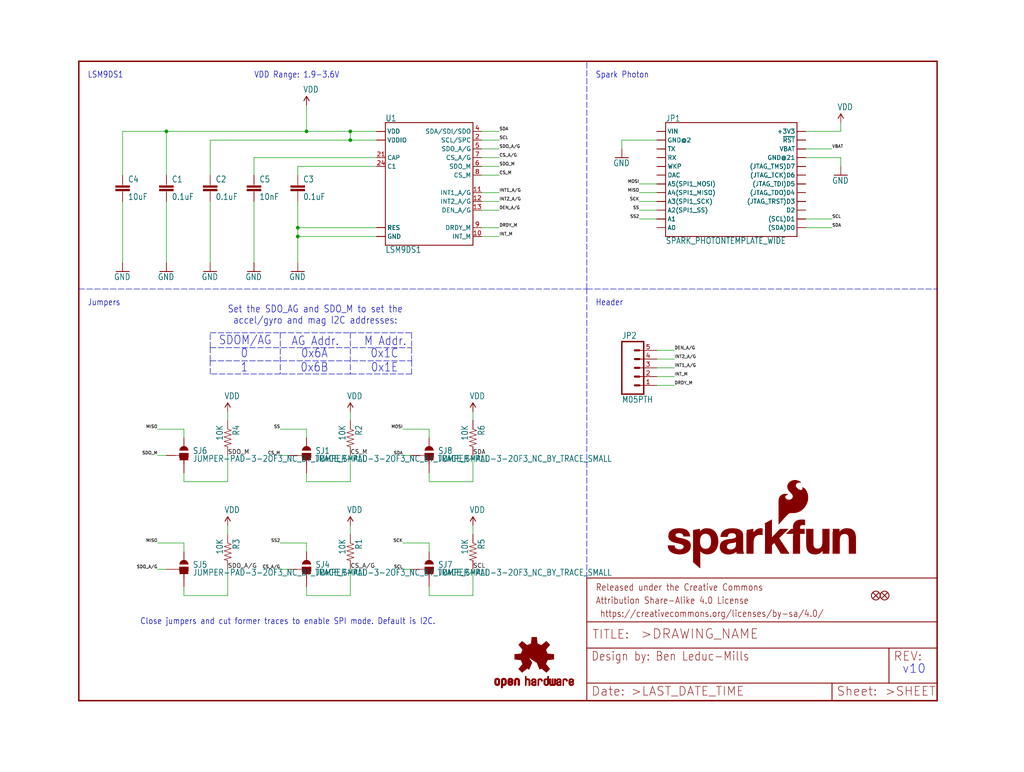
<source format=kicad_sch>
(kicad_sch (version 20211123) (generator eeschema)
  (paper "User" 297.002 223.926)
  (lib_symbols
    (symbol "eagleSchem-eagle-import:0.1UF-25V(+80{slash}-20%)(0603)"
      (property "Reference" "C" (at 1.524 2.921 0))
      (property "Value" "0.1UF-25V(+80{slash}-20%)(0603)" (at 1.524 -2.159 0))
      (symbol "0.1UF-25V(+80{slash}-20%)(0603)_1_0"
        (pin passive line (at 0 5.08 270) (length 2.54) (name "1") (number "1"))
        (pin passive line (at 0 -2.54 90) (length 2.54) (name "2") (number "2"))
      )
    )
    (symbol "eagleSchem-eagle-import:10KOHM1{slash}10W1%(0603)0603"
      (property "Reference" "R" (at -3.81 1.4986 0))
      (property "Value" "10KOHM1{slash}10W1%(0603)0603" (at -3.81 -3.302 0))
      (symbol "10KOHM1{slash}10W1%(0603)0603_1_0"
        (pin passive line (at -5.08 0 0) (length 2.54) (name "1") (number "1"))
        (pin passive line (at 5.08 0 180) (length 2.54) (name "2") (number "2"))
      )
    )
    (symbol "eagleSchem-eagle-import:10NF{slash}10000PF-50V-10%(0603)"
      (property "Reference" "C" (at 1.524 2.921 0))
      (property "Value" "10NF{slash}10000PF-50V-10%(0603)" (at 1.524 -2.159 0))
      (symbol "10NF{slash}10000PF-50V-10%(0603)_1_0"
        (pin passive line (at 0 5.08 270) (length 2.54) (name "1") (number "1"))
        (pin passive line (at 0 -2.54 90) (length 2.54) (name "2") (number "2"))
      )
    )
    (symbol "eagleSchem-eagle-import:10UF-6.3V-20%(0603)"
      (property "Reference" "C" (at 1.524 2.921 0))
      (property "Value" "10UF-6.3V-20%(0603)" (at 1.524 -2.159 0))
      (symbol "10UF-6.3V-20%(0603)_1_0"
        (pin passive line (at 0 5.08 270) (length 2.54) (name "1") (number "1"))
        (pin passive line (at 0 -2.54 90) (length 2.54) (name "2") (number "2"))
      )
    )
    (symbol "eagleSchem-eagle-import:FIDUCIAL1X2")
    (symbol "eagleSchem-eagle-import:FRAME-LETTER"
      (symbol "FRAME-LETTER_2_0"
        (text " https://creativecommons.org/licenses/by-sa/4.0/" (at 2.54 24.13 0) (effects (font (size 1.9304 1.6408)) (justify left bottom)))
        (text ">DRAWING_NAME" (at 15.494 17.78 0) (effects (font (size 2.7432 2.7432)) (justify left bottom)))
        (text ">LAST_DATE_TIME" (at 12.7 1.27 0) (effects (font (size 2.54 2.54)) (justify left bottom)))
        (text ">SHEET" (at 86.36 1.27 0) (effects (font (size 2.54 2.54)) (justify left bottom)))
        (text "Attribution Share-Alike 4.0 License" (at 2.54 27.94 0) (effects (font (size 1.9304 1.6408)) (justify left bottom)))
        (text "Date:" (at 1.27 1.27 0) (effects (font (size 2.54 2.54)) (justify left bottom)))
        (text "Design by: Ben Leduc-Mills" (at 1.27 11.43 0) (effects (font (size 2.54 2.159)) (justify left bottom)))
        (text "Released under the Creative Commons" (at 2.54 31.75 0) (effects (font (size 1.9304 1.6408)) (justify left bottom)))
        (text "REV:" (at 88.9 11.43 0) (effects (font (size 2.54 2.54)) (justify left bottom)))
        (text "Sheet:" (at 72.39 1.27 0) (effects (font (size 2.54 2.54)) (justify left bottom)))
        (text "TITLE:" (at 1.524 17.78 0) (effects (font (size 2.54 2.54)) (justify left bottom)))
      )
    )
    (symbol "eagleSchem-eagle-import:GND" (power)
      (property "Value" "GND" (at -2.54 -2.54 0))
      (symbol "GND_1_0"
        (pin power_in line (at 0 2.54 270) (length 2.54) (name "GND") (number "1"))
      )
    )
    (symbol "eagleSchem-eagle-import:JUMPER-PAD-3-2OF3_NC_BY_TRACE_SMALL"
      (property "Reference" "SJ" (at 2.54 0.381 0))
      (property "Value" "JUMPER-PAD-3-2OF3_NC_BY_TRACE_SMALL" (at 2.54 -1.905 0))
      (symbol "JUMPER-PAD-3-2OF3_NC_BY_TRACE_SMALL_1_0"
        (pin passive line (at 0 5.08 270) (length 2.54) (name "1") (number "1"))
        (pin passive line (at -5.08 0 0) (length 2.54) (name "2") (number "2"))
        (pin passive line (at 0 -5.08 90) (length 2.54) (name "3") (number "3"))
      )
    )
    (symbol "eagleSchem-eagle-import:LSM9DS1"
      (property "Reference" "U" (at -12.7 19.05 0))
      (property "Value" "LSM9DS1" (at -12.7 -19.05 0))
      (symbol "LSM9DS1_1_0"
        (pin bidirectional line (at -15.24 12.7 0) (length 2.54) (name "VDDIO") (number "1"))
        (pin bidirectional line (at 15.24 -15.24 180) (length 2.54) (name "INT_M") (number "10"))
        (pin bidirectional line (at 15.24 -2.54 180) (length 2.54) (name "INT1_A/G") (number "11"))
        (pin bidirectional line (at 15.24 -5.08 180) (length 2.54) (name "INT2_A/G") (number "12"))
        (pin bidirectional line (at 15.24 -7.62 180) (length 2.54) (name "DEN_A/G") (number "13"))
        (pin bidirectional line (at -15.24 -12.7 0) (length 2.54) (name "RES") (number "14"))
        (pin bidirectional line (at -15.24 -12.7 0) (length 2.54) (name "RES") (number "15"))
        (pin bidirectional line (at -15.24 -12.7 0) (length 2.54) (name "RES") (number "16"))
        (pin bidirectional line (at -15.24 -12.7 0) (length 2.54) (name "RES") (number "17"))
        (pin bidirectional line (at -15.24 -12.7 0) (length 2.54) (name "RES") (number "18"))
        (pin bidirectional line (at -15.24 -15.24 0) (length 2.54) (name "GND") (number "19"))
        (pin bidirectional line (at 15.24 12.7 180) (length 2.54) (name "SCL/SPC") (number "2"))
        (pin bidirectional line (at -15.24 -15.24 0) (length 2.54) (name "GND") (number "20"))
        (pin bidirectional line (at -15.24 7.62 0) (length 2.54) (name "CAP") (number "21"))
        (pin bidirectional line (at -15.24 15.24 0) (length 2.54) (name "VDD") (number "22"))
        (pin bidirectional line (at -15.24 15.24 0) (length 2.54) (name "VDD") (number "23"))
        (pin bidirectional line (at -15.24 5.08 0) (length 2.54) (name "C1") (number "24"))
        (pin bidirectional line (at -15.24 12.7 0) (length 2.54) (name "VDDIO") (number "3"))
        (pin bidirectional line (at 15.24 15.24 180) (length 2.54) (name "SDA/SDI/SDO") (number "4"))
        (pin bidirectional line (at 15.24 10.16 180) (length 2.54) (name "SDO_A/G") (number "5"))
        (pin bidirectional line (at 15.24 5.08 180) (length 2.54) (name "SDO_M") (number "6"))
        (pin bidirectional line (at 15.24 7.62 180) (length 2.54) (name "CS_A/G") (number "7"))
        (pin bidirectional line (at 15.24 2.54 180) (length 2.54) (name "CS_M") (number "8"))
        (pin bidirectional line (at 15.24 -12.7 180) (length 2.54) (name "DRDY_M") (number "9"))
      )
    )
    (symbol "eagleSchem-eagle-import:M05PTH"
      (property "Reference" "JP" (at -2.54 8.382 0))
      (property "Value" "M05PTH" (at -2.54 -10.16 0))
      (symbol "M05PTH_1_0"
        (pin passive line (at 7.62 -5.08 180) (length 5.08) (name "1") (number "1"))
        (pin passive line (at 7.62 -2.54 180) (length 5.08) (name "2") (number "2"))
        (pin passive line (at 7.62 0 180) (length 5.08) (name "3") (number "3"))
        (pin passive line (at 7.62 2.54 180) (length 5.08) (name "4") (number "4"))
        (pin passive line (at 7.62 5.08 180) (length 5.08) (name "5") (number "5"))
      )
    )
    (symbol "eagleSchem-eagle-import:OSHW-LOGOS")
    (symbol "eagleSchem-eagle-import:SFE_LOGO_NAME_FLAME.1_INCH")
    (symbol "eagleSchem-eagle-import:SPARK_PHOTONTEMPLATE_WIDE"
      (property "Reference" "JP" (at -20.32 18.034 0))
      (property "Value" "SPARK_PHOTONTEMPLATE_WIDE" (at -20.32 -15.494 0))
      (symbol "SPARK_PHOTONTEMPLATE_WIDE_1_0"
        (pin bidirectional line (at -22.86 15.24 0) (length 2.54) (name "VIN") (number "1"))
        (pin bidirectional line (at -22.86 -7.62 0) (length 2.54) (name "A2(SPI1_SS)") (number "10"))
        (pin bidirectional line (at -22.86 -10.16 0) (length 2.54) (name "A1") (number "11"))
        (pin bidirectional line (at -22.86 -12.7 0) (length 2.54) (name "A0") (number "12"))
        (pin bidirectional line (at 20.32 -12.7 180) (length 2.54) (name "(SDA)D0") (number "13"))
        (pin bidirectional line (at 20.32 -10.16 180) (length 2.54) (name "(SCL)D1") (number "14"))
        (pin bidirectional line (at 20.32 -7.62 180) (length 2.54) (name "D2") (number "15"))
        (pin bidirectional line (at 20.32 -5.08 180) (length 2.54) (name "(JTAG_TRST)D3") (number "16"))
        (pin bidirectional line (at 20.32 -2.54 180) (length 2.54) (name "(JTAG_TDO)D4") (number "17"))
        (pin bidirectional line (at 20.32 0 180) (length 2.54) (name "(JTAG_TDI)D5") (number "18"))
        (pin bidirectional line (at 20.32 2.54 180) (length 2.54) (name "(JTAG_TCK)D6") (number "19"))
        (pin bidirectional line (at -22.86 12.7 0) (length 2.54) (name "GND@2") (number "2"))
        (pin bidirectional line (at 20.32 5.08 180) (length 2.54) (name "(JTAG_TMS)D7") (number "20"))
        (pin bidirectional line (at 20.32 7.62 180) (length 2.54) (name "GND@21") (number "21"))
        (pin bidirectional line (at 20.32 10.16 180) (length 2.54) (name "VBAT") (number "22"))
        (pin bidirectional line (at 20.32 12.7 180) (length 2.54) (name "~{RST}") (number "23"))
        (pin bidirectional line (at 20.32 15.24 180) (length 2.54) (name "+3V3") (number "24"))
        (pin bidirectional line (at -22.86 10.16 0) (length 2.54) (name "TX") (number "3"))
        (pin bidirectional line (at 20.32 15.24 180) (length 2.54) (name "+3V3") (number "3V3"))
        (pin bidirectional line (at -22.86 7.62 0) (length 2.54) (name "RX") (number "4"))
        (pin bidirectional line (at -22.86 5.08 0) (length 2.54) (name "WKP") (number "5"))
        (pin bidirectional line (at -22.86 2.54 0) (length 2.54) (name "DAC") (number "6"))
        (pin bidirectional line (at -22.86 0 0) (length 2.54) (name "A5(SPI1_MOSI)") (number "7"))
        (pin bidirectional line (at -22.86 -2.54 0) (length 2.54) (name "A4(SPI1_MISO)") (number "8"))
        (pin bidirectional line (at -22.86 -5.08 0) (length 2.54) (name "A3(SPI1_SCK)") (number "9"))
        (pin bidirectional line (at -22.86 -12.7 0) (length 2.54) (name "A0") (number "A0"))
        (pin bidirectional line (at -22.86 -10.16 0) (length 2.54) (name "A1") (number "A1"))
        (pin bidirectional line (at -22.86 -7.62 0) (length 2.54) (name "A2(SPI1_SS)") (number "A2"))
        (pin bidirectional line (at -22.86 -5.08 0) (length 2.54) (name "A3(SPI1_SCK)") (number "A3"))
        (pin bidirectional line (at -22.86 -2.54 0) (length 2.54) (name "A4(SPI1_MISO)") (number "A4"))
        (pin bidirectional line (at -22.86 0 0) (length 2.54) (name "A5(SPI1_MOSI)") (number "A5"))
        (pin bidirectional line (at 20.32 -12.7 180) (length 2.54) (name "(SDA)D0") (number "D0"))
        (pin bidirectional line (at 20.32 -10.16 180) (length 2.54) (name "(SCL)D1") (number "D1"))
        (pin bidirectional line (at 20.32 -7.62 180) (length 2.54) (name "D2") (number "D2"))
        (pin bidirectional line (at 20.32 -5.08 180) (length 2.54) (name "(JTAG_TRST)D3") (number "D3"))
        (pin bidirectional line (at 20.32 -2.54 180) (length 2.54) (name "(JTAG_TDO)D4") (number "D4"))
        (pin bidirectional line (at 20.32 0 180) (length 2.54) (name "(JTAG_TDI)D5") (number "D5"))
        (pin bidirectional line (at 20.32 2.54 180) (length 2.54) (name "(JTAG_TCK)D6") (number "D6"))
        (pin bidirectional line (at 20.32 5.08 180) (length 2.54) (name "(JTAG_TMS)D7") (number "D7"))
        (pin bidirectional line (at -22.86 2.54 0) (length 2.54) (name "DAC") (number "DAC"))
        (pin bidirectional line (at -22.86 12.7 0) (length 2.54) (name "GND@2") (number "GND@0"))
        (pin bidirectional line (at 20.32 7.62 180) (length 2.54) (name "GND@21") (number "GND@2"))
        (pin bidirectional line (at 20.32 12.7 180) (length 2.54) (name "~{RST}") (number "RST"))
        (pin bidirectional line (at -22.86 7.62 0) (length 2.54) (name "RX") (number "RX"))
        (pin bidirectional line (at -22.86 10.16 0) (length 2.54) (name "TX") (number "TX"))
        (pin bidirectional line (at 20.32 10.16 180) (length 2.54) (name "VBAT") (number "VBAT"))
        (pin bidirectional line (at -22.86 15.24 0) (length 2.54) (name "VIN") (number "VIN"))
        (pin bidirectional line (at -22.86 5.08 0) (length 2.54) (name "WKP") (number "WKP"))
      )
    )
    (symbol "eagleSchem-eagle-import:VDD" (power)
      (property "Value" "VDD" (at -1.016 3.556 0))
      (symbol "VDD_1_0"
        (pin power_in line (at 0 0 90) (length 2.54) (name "VDD") (number "1"))
      )
    )
  )
  (junction (at 48.26 38.1))
  (junction (at 86.36 66.04))
  (junction (at 101.6 40.64))
  (junction (at 86.36 68.58))
  (junction (at 88.9 38.1))
  (junction (at 101.6 38.1))
  (wire (pts (xy 180.34 40.64) (xy 190.5 40.64)))
  (wire (pts (xy 137.16 172.72) (xy 137.16 165.1)))
  (wire (pts (xy 190.5 60.96) (xy 185.42 60.96)))
  (wire (pts (xy 88.9 172.72) (xy 101.6 172.72)))
  (polyline (pts (xy 22.86 83.82) (xy 170.18 83.82)))
  (wire (pts (xy 124.46 160.02) (xy 124.46 157.48)))
  (wire (pts (xy 35.56 38.1) (xy 35.56 50.8)))
  (wire (pts (xy 86.36 48.26) (xy 86.36 50.8)))
  (wire (pts (xy 139.7 50.8) (xy 144.78 50.8)))
  (wire (pts (xy 88.9 160.02) (xy 88.9 157.48)))
  (polyline (pts (xy 101.6 96.52) (xy 101.6 108.458)))
  (wire (pts (xy 101.6 165.1) (xy 101.6 172.72)))
  (wire (pts (xy 53.34 139.7) (xy 66.04 139.7)))
  (wire (pts (xy 139.7 43.18) (xy 144.78 43.18)))
  (wire (pts (xy 124.46 157.48) (xy 116.84 157.48)))
  (wire (pts (xy 124.46 172.72) (xy 137.16 172.72)))
  (wire (pts (xy 60.96 58.42) (xy 60.96 76.2)))
  (wire (pts (xy 243.84 45.72) (xy 243.84 48.26)))
  (wire (pts (xy 53.34 137.16) (xy 53.34 139.7)))
  (wire (pts (xy 119.38 132.08) (xy 116.84 132.08)))
  (wire (pts (xy 233.68 43.18) (xy 241.3 43.18)))
  (wire (pts (xy 233.68 66.04) (xy 241.3 66.04)))
  (wire (pts (xy 101.6 152.4) (xy 101.6 154.94)))
  (wire (pts (xy 139.7 45.72) (xy 144.78 45.72)))
  (wire (pts (xy 190.5 106.68) (xy 195.58 106.68)))
  (wire (pts (xy 101.6 38.1) (xy 88.9 38.1)))
  (wire (pts (xy 139.7 38.1) (xy 144.78 38.1)))
  (wire (pts (xy 86.36 66.04) (xy 86.36 68.58)))
  (wire (pts (xy 233.68 38.1) (xy 243.84 38.1)))
  (wire (pts (xy 73.66 58.42) (xy 73.66 76.2)))
  (polyline (pts (xy 60.96 104.648) (xy 119.38 104.648)))
  (wire (pts (xy 109.22 38.1) (xy 101.6 38.1)))
  (wire (pts (xy 109.22 48.26) (xy 86.36 48.26)))
  (wire (pts (xy 35.56 58.42) (xy 35.56 76.2)))
  (wire (pts (xy 139.7 60.96) (xy 144.78 60.96)))
  (wire (pts (xy 48.26 132.08) (xy 45.72 132.08)))
  (wire (pts (xy 190.5 111.76) (xy 195.58 111.76)))
  (wire (pts (xy 180.34 43.18) (xy 180.34 40.64)))
  (wire (pts (xy 101.6 40.64) (xy 60.96 40.64)))
  (wire (pts (xy 88.9 157.48) (xy 81.28 157.48)))
  (wire (pts (xy 190.5 109.22) (xy 195.58 109.22)))
  (polyline (pts (xy 60.96 108.458) (xy 60.96 104.648)))
  (wire (pts (xy 139.7 68.58) (xy 144.78 68.58)))
  (wire (pts (xy 124.46 139.7) (xy 137.16 139.7)))
  (wire (pts (xy 48.26 165.1) (xy 45.72 165.1)))
  (wire (pts (xy 139.7 40.64) (xy 144.78 40.64)))
  (wire (pts (xy 83.82 132.08) (xy 81.28 132.08)))
  (wire (pts (xy 139.7 66.04) (xy 144.78 66.04)))
  (polyline (pts (xy 60.96 104.648) (xy 60.96 100.838)))
  (wire (pts (xy 88.9 38.1) (xy 48.26 38.1)))
  (wire (pts (xy 137.16 154.94) (xy 137.16 152.4)))
  (polyline (pts (xy 60.96 100.838) (xy 60.96 96.52)))
  (wire (pts (xy 101.6 121.92) (xy 101.6 119.38)))
  (wire (pts (xy 190.5 55.88) (xy 185.42 55.88)))
  (wire (pts (xy 53.34 157.48) (xy 45.72 157.48)))
  (polyline (pts (xy 101.6 108.458) (xy 81.28 108.458)))
  (wire (pts (xy 190.5 63.5) (xy 185.42 63.5)))
  (wire (pts (xy 109.22 66.04) (xy 86.36 66.04)))
  (polyline (pts (xy 60.96 96.52) (xy 81.28 96.52)))
  (wire (pts (xy 48.26 38.1) (xy 35.56 38.1)))
  (wire (pts (xy 190.5 58.42) (xy 185.42 58.42)))
  (wire (pts (xy 88.9 30.48) (xy 88.9 38.1)))
  (polyline (pts (xy 119.38 96.52) (xy 119.38 100.838)))
  (polyline (pts (xy 81.28 96.52) (xy 81.28 108.458)))
  (wire (pts (xy 66.04 165.1) (xy 66.04 172.72)))
  (wire (pts (xy 88.9 124.46) (xy 81.28 124.46)))
  (polyline (pts (xy 81.28 108.458) (xy 60.96 108.458)))
  (wire (pts (xy 124.46 124.46) (xy 116.84 124.46)))
  (wire (pts (xy 66.04 132.08) (xy 66.04 139.7)))
  (polyline (pts (xy 60.96 100.838) (xy 119.38 100.838)))
  (wire (pts (xy 53.34 124.46) (xy 45.72 124.46)))
  (wire (pts (xy 53.34 170.18) (xy 53.34 172.72)))
  (wire (pts (xy 48.26 58.42) (xy 48.26 76.2)))
  (wire (pts (xy 233.68 63.5) (xy 241.3 63.5)))
  (wire (pts (xy 88.9 127) (xy 88.9 124.46)))
  (wire (pts (xy 48.26 50.8) (xy 48.26 38.1)))
  (wire (pts (xy 109.22 40.64) (xy 101.6 40.64)))
  (polyline (pts (xy 101.6 96.52) (xy 119.38 96.52)))
  (wire (pts (xy 124.46 137.16) (xy 124.46 139.7)))
  (wire (pts (xy 101.6 38.1) (xy 101.6 40.64)))
  (wire (pts (xy 73.66 45.72) (xy 73.66 50.8)))
  (wire (pts (xy 139.7 48.26) (xy 144.78 48.26)))
  (wire (pts (xy 66.04 121.92) (xy 66.04 119.38)))
  (wire (pts (xy 86.36 68.58) (xy 86.36 76.2)))
  (wire (pts (xy 119.38 165.1) (xy 116.84 165.1)))
  (wire (pts (xy 124.46 170.18) (xy 124.46 172.72)))
  (wire (pts (xy 66.04 154.94) (xy 66.04 152.4)))
  (wire (pts (xy 88.9 170.18) (xy 88.9 172.72)))
  (wire (pts (xy 109.22 45.72) (xy 73.66 45.72)))
  (wire (pts (xy 88.9 137.16) (xy 88.9 139.7)))
  (wire (pts (xy 243.84 38.1) (xy 243.84 35.56)))
  (wire (pts (xy 233.68 45.72) (xy 243.84 45.72)))
  (wire (pts (xy 86.36 58.42) (xy 86.36 66.04)))
  (wire (pts (xy 190.5 101.6) (xy 195.58 101.6)))
  (wire (pts (xy 190.5 104.14) (xy 195.58 104.14)))
  (wire (pts (xy 53.34 172.72) (xy 66.04 172.72)))
  (polyline (pts (xy 170.18 83.82) (xy 170.18 17.78)))
  (wire (pts (xy 109.22 68.58) (xy 86.36 68.58)))
  (wire (pts (xy 101.6 139.7) (xy 101.6 132.08)))
  (wire (pts (xy 88.9 139.7) (xy 101.6 139.7)))
  (polyline (pts (xy 170.18 167.64) (xy 170.18 83.82)))
  (wire (pts (xy 137.16 121.92) (xy 137.16 119.38)))
  (wire (pts (xy 137.16 139.7) (xy 137.16 132.08)))
  (polyline (pts (xy 81.28 96.52) (xy 101.6 96.52)))
  (wire (pts (xy 190.5 53.34) (xy 185.42 53.34)))
  (polyline (pts (xy 119.38 104.648) (xy 119.38 108.458)))
  (wire (pts (xy 53.34 127) (xy 53.34 124.46)))
  (wire (pts (xy 53.34 160.02) (xy 53.34 157.48)))
  (polyline (pts (xy 170.18 83.82) (xy 271.78 83.82)))
  (polyline (pts (xy 119.38 108.458) (xy 101.6 108.458)))
  (wire (pts (xy 83.82 165.1) (xy 81.28 165.1)))
  (wire (pts (xy 124.46 127) (xy 124.46 124.46)))
  (wire (pts (xy 60.96 40.64) (xy 60.96 50.8)))
  (wire (pts (xy 139.7 55.88) (xy 144.78 55.88)))
  (wire (pts (xy 139.7 58.42) (xy 144.78 58.42)))
  (polyline (pts (xy 119.38 100.838) (xy 119.38 104.648)))
  (text "LSM9DS1" (at 25.4 22.86 180) (effects (font (size 1.778 1.5113)) (justify left bottom)))
  (text "Set the SDO_AG and SDO_M to set the\naccel/gyro and mag I2C addresses:" (at 91.44 91.44 0) (effects (font (size 2.032 1.7272))))
  (text "Spark Photon" (at 172.72 22.86 180) (effects (font (size 1.778 1.5113)) (justify left bottom)))
  (text "Close jumpers and cut former traces to enable SPI mode. Default is I2C." (at 40.64 181.356 0) (effects (font (size 1.778 1.5113)) (justify left bottom)))
  (text "0x6A\n0x6B" (at 91.186 104.648 180) (effects (font (size 2.54 2.159))))
  (text "VDD Range: 1.9-3.6V" (at 73.66 22.86 180) (effects (font (size 1.778 1.5113)) (justify left bottom)))
  (text "Jumpers" (at 25.4 88.9 180) (effects (font (size 1.778 1.5113)) (justify left bottom)))
  (text "0\n1" (at 70.866 104.648 180) (effects (font (size 2.54 2.159))))
  (text "AG Addr." (at 91.44 99.06 180) (effects (font (size 2.54 2.159))))
  (text "SDOM/AG" (at 71.12 98.806 180) (effects (font (size 2.54 2.159))))
  (text "Header" (at 172.72 88.9 180) (effects (font (size 1.778 1.5113)) (justify left bottom)))
  (text "M Addr." (at 111.76 99.06 180) (effects (font (size 2.54 2.159))))
  (text "0x1C\n0x1E" (at 111.506 104.648 180) (effects (font (size 2.54 2.159))))
  (text "v10" (at 261.62 195.58 180) (effects (font (size 2.54 2.54)) (justify left bottom)))
  (label "SDO_A/G" (at 45.72 165.1 180) (effects (font (size 0.889 0.889))))
  (label "INT2_A/G" (at 195.58 104.14 0) (effects (font (size 0.889 0.889))))
  (label "SDO_A/G" (at 144.78 43.18 0) (effects (font (size 0.889 0.889))))
  (label "CS_M" (at 81.28 132.08 180) (effects (font (size 0.889 0.889))))
  (label "CS_A/G" (at 101.6 165.1 0) (effects (font (size 1.2446 1.2446))))
  (label "SDO_A/G" (at 66.04 165.1 0) (effects (font (size 1.2446 1.2446))))
  (label "CS_M" (at 101.6 132.08 0) (effects (font (size 1.2446 1.2446))))
  (label "INT2_A/G" (at 144.78 58.42 0) (effects (font (size 0.889 0.889))))
  (label "SS" (at 81.28 124.46 180) (effects (font (size 0.889 0.889))))
  (label "DRDY_M" (at 195.58 111.76 0) (effects (font (size 0.889 0.889))))
  (label "INT1_A/G" (at 195.58 106.68 0) (effects (font (size 0.889 0.889))))
  (label "SS2" (at 81.28 157.48 180) (effects (font (size 0.889 0.889))))
  (label "SCL" (at 241.3 63.5 0) (effects (font (size 0.889 0.889))))
  (label "SCL" (at 137.16 165.1 0) (effects (font (size 1.2446 1.2446))))
  (label "CS_A/G" (at 144.78 45.72 0) (effects (font (size 0.889 0.889))))
  (label "SDA" (at 137.16 132.08 0) (effects (font (size 1.2446 1.2446))))
  (label "SS" (at 185.42 60.96 180) (effects (font (size 0.889 0.889))))
  (label "SDA" (at 116.84 132.08 180) (effects (font (size 0.889 0.889))))
  (label "MOSI" (at 185.42 53.34 180) (effects (font (size 0.889 0.889))))
  (label "DEN_A/G" (at 195.58 101.6 0) (effects (font (size 0.889 0.889))))
  (label "INT_M" (at 144.78 68.58 0) (effects (font (size 0.889 0.889))))
  (label "SDA" (at 144.78 38.1 0) (effects (font (size 0.889 0.889))))
  (label "CS_M" (at 144.78 50.8 0) (effects (font (size 0.889 0.889))))
  (label "MOSI" (at 116.84 124.46 180) (effects (font (size 0.889 0.889))))
  (label "SS2" (at 185.42 63.5 180) (effects (font (size 0.889 0.889))))
  (label "DRDY_M" (at 144.78 66.04 0) (effects (font (size 0.889 0.889))))
  (label "INT1_A/G" (at 144.78 55.88 0) (effects (font (size 0.889 0.889))))
  (label "MISO" (at 185.42 55.88 180) (effects (font (size 0.889 0.889))))
  (label "SCL" (at 116.84 165.1 180) (effects (font (size 0.889 0.889))))
  (label "SDA" (at 241.3 66.04 0) (effects (font (size 0.889 0.889))))
  (label "SDO_M" (at 45.72 132.08 180) (effects (font (size 0.889 0.889))))
  (label "SDO_M" (at 66.04 132.08 0) (effects (font (size 1.2446 1.2446))))
  (label "SCK" (at 116.84 157.48 180) (effects (font (size 0.889 0.889))))
  (label "SCL" (at 144.78 40.64 0) (effects (font (size 0.889 0.889))))
  (label "MISO" (at 45.72 124.46 180) (effects (font (size 0.889 0.889))))
  (label "VBAT" (at 241.3 43.18 0) (effects (font (size 0.889 0.889))))
  (label "CS_A/G" (at 81.28 165.1 180) (effects (font (size 0.889 0.889))))
  (label "MISO" (at 45.72 157.48 180) (effects (font (size 0.889 0.889))))
  (label "SCK" (at 185.42 58.42 180) (effects (font (size 0.889 0.889))))
  (label "SDO_M" (at 144.78 48.26 0) (effects (font (size 0.889 0.889))))
  (label "INT_M" (at 195.58 109.22 0) (effects (font (size 0.889 0.889))))
  (label "DEN_A/G" (at 144.78 60.96 0) (effects (font (size 0.889 0.889))))
  (symbol (lib_id "eagleSchem-eagle-import:JUMPER-PAD-3-2OF3_NC_BY_TRACE_SMALL") (at 124.46 165.1 0) (unit 1)
    (property "Reference" "SJ7" (at 127 164.719 0) (effects (font (size 1.778 1.5113)) (justify left bottom)))
    (property "Value" "JUMPER-PAD-3-2OF3_NC_BY_TRACE_SMALL" (at 127 167.005 0) (effects (font (size 1.778 1.5113)) (justify left bottom)))
    (property "Footprint" "eagleSchem:PAD-JUMPER-3-2OF3_NC_BY_TRACE_YES_SILK_FULL_BOX" (effects hide))
  )
  (symbol (lib_id "eagleSchem-eagle-import:JUMPER-PAD-3-2OF3_NC_BY_TRACE_SMALL") (at 124.46 132.08 0) (unit 1)
    (property "Reference" "SJ8" (at 127 131.699 0) (effects (font (size 1.778 1.5113)) (justify left bottom)))
    (property "Value" "JUMPER-PAD-3-2OF3_NC_BY_TRACE_SMALL" (at 127 133.985 0) (effects (font (size 1.778 1.5113)) (justify left bottom)))
    (property "Footprint" "eagleSchem:PAD-JUMPER-3-2OF3_NC_BY_TRACE_YES_SILK_FULL_BOX" (effects hide))
  )
  (symbol (lib_id "eagleSchem-eagle-import:10KOHM1{slash}10W1%(0603)0603") (at 137.16 127 270) (unit 1)
    (property "Reference" "R6" (at 138.6586 123.19 0) (effects (font (size 1.778 1.5113)) (justify left bottom)))
    (property "Value" "10K" (at 133.858 123.19 0) (effects (font (size 1.778 1.5113)) (justify left bottom)))
    (property "Footprint" "eagleSchem:0603-RES" (effects hide))
  )
  (symbol (lib_id "eagleSchem-eagle-import:VDD") (at 101.6 152.4 0) (unit 1)
    (property "Reference" "#SUPPLY2" (effects hide))
    (property "Value" "VDD" (at 100.584 148.844 0) (effects (font (size 1.778 1.5113)) (justify left bottom)))
    (property "Footprint" "eagleSchem:" (effects hide))
  )
  (symbol (lib_id "eagleSchem-eagle-import:10KOHM1{slash}10W1%(0603)0603") (at 101.6 160.02 270) (unit 1)
    (property "Reference" "R1" (at 103.0986 156.21 0) (effects (font (size 1.778 1.5113)) (justify left bottom)))
    (property "Value" "10K" (at 98.298 156.21 0) (effects (font (size 1.778 1.5113)) (justify left bottom)))
    (property "Footprint" "eagleSchem:0603-RES" (effects hide))
  )
  (symbol (lib_id "eagleSchem-eagle-import:VDD") (at 66.04 119.38 0) (unit 1)
    (property "Reference" "#SUPPLY8" (effects hide))
    (property "Value" "VDD" (at 65.024 115.824 0) (effects (font (size 1.778 1.5113)) (justify left bottom)))
    (property "Footprint" "eagleSchem:" (effects hide))
  )
  (symbol (lib_id "eagleSchem-eagle-import:SPARK_PHOTONTEMPLATE_WIDE") (at 213.36 53.34 0) (unit 1)
    (property "Reference" "JP1" (at 193.04 35.306 0) (effects (font (size 1.778 1.5113)) (justify left bottom)))
    (property "Value" "SPARK_PHOTONTEMPLATE_WIDE" (at 193.04 68.834 0) (effects (font (size 1.778 1.5113)) (justify left top)))
    (property "Footprint" "eagleSchem:SPARK_PHOTON_TEMPLATE_WIDE" (effects hide))
  )
  (symbol (lib_id "eagleSchem-eagle-import:0.1UF-25V(+80{slash}-20%)(0603)") (at 86.36 55.88 0) (unit 1)
    (property "Reference" "C3" (at 87.884 52.959 0) (effects (font (size 1.778 1.5113)) (justify left bottom)))
    (property "Value" "0.1uF" (at 87.884 58.039 0) (effects (font (size 1.778 1.5113)) (justify left bottom)))
    (property "Footprint" "eagleSchem:0603-CAP" (effects hide))
  )
  (symbol (lib_id "eagleSchem-eagle-import:M05PTH") (at 182.88 106.68 0) (unit 1)
    (property "Reference" "JP2" (at 180.34 98.298 0) (effects (font (size 1.778 1.5113)) (justify left bottom)))
    (property "Value" "M05PTH" (at 180.34 116.84 0) (effects (font (size 1.778 1.5113)) (justify left bottom)))
    (property "Footprint" "eagleSchem:1X05" (effects hide))
  )
  (symbol (lib_id "eagleSchem-eagle-import:GND") (at 48.26 78.74 0) (unit 1)
    (property "Reference" "#GND4" (effects hide))
    (property "Value" "GND" (at 45.72 81.28 0) (effects (font (size 1.778 1.5113)) (justify left bottom)))
    (property "Footprint" "eagleSchem:" (effects hide))
  )
  (symbol (lib_id "eagleSchem-eagle-import:10KOHM1{slash}10W1%(0603)0603") (at 66.04 160.02 270) (unit 1)
    (property "Reference" "R3" (at 67.5386 156.21 0) (effects (font (size 1.778 1.5113)) (justify left bottom)))
    (property "Value" "10K" (at 62.738 156.21 0) (effects (font (size 1.778 1.5113)) (justify left bottom)))
    (property "Footprint" "eagleSchem:0603-RES" (effects hide))
  )
  (symbol (lib_id "eagleSchem-eagle-import:GND") (at 180.34 45.72 0) (unit 1)
    (property "Reference" "#GND1" (effects hide))
    (property "Value" "GND" (at 177.8 48.26 0) (effects (font (size 1.778 1.5113)) (justify left bottom)))
    (property "Footprint" "eagleSchem:" (effects hide))
  )
  (symbol (lib_id "eagleSchem-eagle-import:JUMPER-PAD-3-2OF3_NC_BY_TRACE_SMALL") (at 53.34 165.1 0) (unit 1)
    (property "Reference" "SJ5" (at 55.88 164.719 0) (effects (font (size 1.778 1.5113)) (justify left bottom)))
    (property "Value" "JUMPER-PAD-3-2OF3_NC_BY_TRACE_SMALL" (at 55.88 167.005 0) (effects (font (size 1.778 1.5113)) (justify left bottom)))
    (property "Footprint" "eagleSchem:PAD-JUMPER-3-2OF3_NC_BY_TRACE_YES_SILK_FULL_BOX" (effects hide))
  )
  (symbol (lib_id "eagleSchem-eagle-import:JUMPER-PAD-3-2OF3_NC_BY_TRACE_SMALL") (at 88.9 132.08 0) (unit 1)
    (property "Reference" "SJ1" (at 91.44 131.699 0) (effects (font (size 1.778 1.5113)) (justify left bottom)))
    (property "Value" "JUMPER-PAD-3-2OF3_NC_BY_TRACE_SMALL" (at 91.44 133.985 0) (effects (font (size 1.778 1.5113)) (justify left bottom)))
    (property "Footprint" "eagleSchem:PAD-JUMPER-3-2OF3_NC_BY_TRACE_YES_SILK_FULL_BOX" (effects hide))
  )
  (symbol (lib_id "eagleSchem-eagle-import:VDD") (at 101.6 119.38 0) (unit 1)
    (property "Reference" "#SUPPLY6" (effects hide))
    (property "Value" "VDD" (at 100.584 115.824 0) (effects (font (size 1.778 1.5113)) (justify left bottom)))
    (property "Footprint" "eagleSchem:" (effects hide))
  )
  (symbol (lib_id "eagleSchem-eagle-import:VDD") (at 243.84 35.56 0) (unit 1)
    (property "Reference" "#SUPPLY5" (effects hide))
    (property "Value" "VDD" (at 242.824 32.004 0) (effects (font (size 1.778 1.5113)) (justify left bottom)))
    (property "Footprint" "eagleSchem:" (effects hide))
  )
  (symbol (lib_id "eagleSchem-eagle-import:FRAME-LETTER") (at 22.86 203.2 0) (unit 1)
    (property "Reference" "FRAME1" (effects hide))
    (property "Value" "FRAME-LETTER" (effects hide))
    (property "Footprint" "eagleSchem:CREATIVE_COMMONS" (effects hide))
  )
  (symbol (lib_id "eagleSchem-eagle-import:0.1UF-25V(+80{slash}-20%)(0603)") (at 48.26 55.88 0) (unit 1)
    (property "Reference" "C1" (at 49.784 52.959 0) (effects (font (size 1.778 1.5113)) (justify left bottom)))
    (property "Value" "0.1uF" (at 49.784 58.039 0) (effects (font (size 1.778 1.5113)) (justify left bottom)))
    (property "Footprint" "eagleSchem:0603-CAP" (effects hide))
  )
  (symbol (lib_id "eagleSchem-eagle-import:10KOHM1{slash}10W1%(0603)0603") (at 66.04 127 270) (unit 1)
    (property "Reference" "R4" (at 67.5386 123.19 0) (effects (font (size 1.778 1.5113)) (justify left bottom)))
    (property "Value" "10K" (at 62.738 123.19 0) (effects (font (size 1.778 1.5113)) (justify left bottom)))
    (property "Footprint" "eagleSchem:0603-RES" (effects hide))
  )
  (symbol (lib_id "eagleSchem-eagle-import:GND") (at 35.56 78.74 0) (unit 1)
    (property "Reference" "#GND3" (effects hide))
    (property "Value" "GND" (at 33.02 81.28 0) (effects (font (size 1.778 1.5113)) (justify left bottom)))
    (property "Footprint" "eagleSchem:" (effects hide))
  )
  (symbol (lib_id "eagleSchem-eagle-import:VDD") (at 137.16 119.38 0) (unit 1)
    (property "Reference" "#SUPPLY4" (effects hide))
    (property "Value" "VDD" (at 136.144 115.824 0) (effects (font (size 1.778 1.5113)) (justify left bottom)))
    (property "Footprint" "eagleSchem:" (effects hide))
  )
  (symbol (lib_id "eagleSchem-eagle-import:GND") (at 60.96 78.74 0) (unit 1)
    (property "Reference" "#GND5" (effects hide))
    (property "Value" "GND" (at 58.42 81.28 0) (effects (font (size 1.778 1.5113)) (justify left bottom)))
    (property "Footprint" "eagleSchem:" (effects hide))
  )
  (symbol (lib_id "eagleSchem-eagle-import:JUMPER-PAD-3-2OF3_NC_BY_TRACE_SMALL") (at 88.9 165.1 0) (unit 1)
    (property "Reference" "SJ4" (at 91.44 164.719 0) (effects (font (size 1.778 1.5113)) (justify left bottom)))
    (property "Value" "JUMPER-PAD-3-2OF3_NC_BY_TRACE_SMALL" (at 91.44 167.005 0) (effects (font (size 1.778 1.5113)) (justify left bottom)))
    (property "Footprint" "eagleSchem:PAD-JUMPER-3-2OF3_NC_BY_TRACE_YES_SILK_FULL_BOX" (effects hide))
  )
  (symbol (lib_id "eagleSchem-eagle-import:0.1UF-25V(+80{slash}-20%)(0603)") (at 60.96 55.88 0) (unit 1)
    (property "Reference" "C2" (at 62.484 52.959 0) (effects (font (size 1.778 1.5113)) (justify left bottom)))
    (property "Value" "0.1uF" (at 62.484 58.039 0) (effects (font (size 1.778 1.5113)) (justify left bottom)))
    (property "Footprint" "eagleSchem:0603-CAP" (effects hide))
  )
  (symbol (lib_id "eagleSchem-eagle-import:VDD") (at 66.04 152.4 0) (unit 1)
    (property "Reference" "#SUPPLY3" (effects hide))
    (property "Value" "VDD" (at 65.024 148.844 0) (effects (font (size 1.778 1.5113)) (justify left bottom)))
    (property "Footprint" "eagleSchem:" (effects hide))
  )
  (symbol (lib_id "eagleSchem-eagle-import:GND") (at 86.36 78.74 0) (unit 1)
    (property "Reference" "#GND7" (effects hide))
    (property "Value" "GND" (at 83.82 81.28 0) (effects (font (size 1.778 1.5113)) (justify left bottom)))
    (property "Footprint" "eagleSchem:" (effects hide))
  )
  (symbol (lib_id "eagleSchem-eagle-import:SFE_LOGO_NAME_FLAME.1_INCH") (at 193.04 165.1 0) (unit 1)
    (property "Reference" "LOGO1" (effects hide))
    (property "Value" "SFE_LOGO_NAME_FLAME.1_INCH" (effects hide))
    (property "Footprint" "eagleSchem:SFE_LOGO_NAME_FLAME_.1" (effects hide))
  )
  (symbol (lib_id "eagleSchem-eagle-import:FRAME-LETTER") (at 170.18 203.2 0) (unit 2)
    (property "Reference" "FRAME1" (effects hide))
    (property "Value" "FRAME-LETTER" (effects hide))
    (property "Footprint" "eagleSchem:CREATIVE_COMMONS" (effects hide))
  )
  (symbol (lib_id "eagleSchem-eagle-import:FIDUCIAL1X2") (at 256.54 172.72 0) (unit 1)
    (property "Reference" "FID2" (effects hide))
    (property "Value" "FIDUCIAL1X2" (effects hide))
    (property "Footprint" "eagleSchem:FIDUCIAL-1X2" (effects hide))
  )
  (symbol (lib_id "eagleSchem-eagle-import:GND") (at 243.84 50.8 0) (unit 1)
    (property "Reference" "#GND2" (effects hide))
    (property "Value" "GND" (at 241.3 53.34 0) (effects (font (size 1.778 1.5113)) (justify left bottom)))
    (property "Footprint" "eagleSchem:" (effects hide))
  )
  (symbol (lib_id "eagleSchem-eagle-import:10KOHM1{slash}10W1%(0603)0603") (at 137.16 160.02 270) (unit 1)
    (property "Reference" "R5" (at 138.6586 156.21 0) (effects (font (size 1.778 1.5113)) (justify left bottom)))
    (property "Value" "10K" (at 133.858 156.21 0) (effects (font (size 1.778 1.5113)) (justify left bottom)))
    (property "Footprint" "eagleSchem:0603-RES" (effects hide))
  )
  (symbol (lib_id "eagleSchem-eagle-import:VDD") (at 88.9 30.48 0) (unit 1)
    (property "Reference" "#SUPPLY1" (effects hide))
    (property "Value" "VDD" (at 87.884 26.924 0) (effects (font (size 1.778 1.5113)) (justify left bottom)))
    (property "Footprint" "eagleSchem:" (effects hide))
  )
  (symbol (lib_id "eagleSchem-eagle-import:FIDUCIAL1X2") (at 254 172.72 0) (unit 1)
    (property "Reference" "FID1" (effects hide))
    (property "Value" "FIDUCIAL1X2" (effects hide))
    (property "Footprint" "eagleSchem:FIDUCIAL-1X2" (effects hide))
  )
  (symbol (lib_id "eagleSchem-eagle-import:10KOHM1{slash}10W1%(0603)0603") (at 101.6 127 270) (unit 1)
    (property "Reference" "R2" (at 103.0986 123.19 0) (effects (font (size 1.778 1.5113)) (justify left bottom)))
    (property "Value" "10K" (at 98.298 123.19 0) (effects (font (size 1.778 1.5113)) (justify left bottom)))
    (property "Footprint" "eagleSchem:0603-RES" (effects hide))
  )
  (symbol (lib_id "eagleSchem-eagle-import:10UF-6.3V-20%(0603)") (at 35.56 55.88 0) (unit 1)
    (property "Reference" "C4" (at 37.084 52.959 0) (effects (font (size 1.778 1.5113)) (justify left bottom)))
    (property "Value" "10uF" (at 37.084 58.039 0) (effects (font (size 1.778 1.5113)) (justify left bottom)))
    (property "Footprint" "eagleSchem:0603-CAP" (effects hide))
  )
  (symbol (lib_id "eagleSchem-eagle-import:10NF{slash}10000PF-50V-10%(0603)") (at 73.66 55.88 0) (unit 1)
    (property "Reference" "C5" (at 75.184 52.959 0) (effects (font (size 1.778 1.5113)) (justify left bottom)))
    (property "Value" "10nF" (at 75.184 58.039 0) (effects (font (size 1.778 1.5113)) (justify left bottom)))
    (property "Footprint" "eagleSchem:0603-CAP" (effects hide))
  )
  (symbol (lib_id "eagleSchem-eagle-import:GND") (at 73.66 78.74 0) (unit 1)
    (property "Reference" "#GND6" (effects hide))
    (property "Value" "GND" (at 71.12 81.28 0) (effects (font (size 1.778 1.5113)) (justify left bottom)))
    (property "Footprint" "eagleSchem:" (effects hide))
  )
  (symbol (lib_id "eagleSchem-eagle-import:OSHW-LOGOS") (at 154.94 190.5 0) (unit 1)
    (property "Reference" "LOGO2" (effects hide))
    (property "Value" "OSHW-LOGOS" (effects hide))
    (property "Footprint" "eagleSchem:OSHW-LOGO-S" (effects hide))
  )
  (symbol (lib_id "eagleSchem-eagle-import:JUMPER-PAD-3-2OF3_NC_BY_TRACE_SMALL") (at 53.34 132.08 0) (unit 1)
    (property "Reference" "SJ6" (at 55.88 131.699 0) (effects (font (size 1.778 1.5113)) (justify left bottom)))
    (property "Value" "JUMPER-PAD-3-2OF3_NC_BY_TRACE_SMALL" (at 55.88 133.985 0) (effects (font (size 1.778 1.5113)) (justify left bottom)))
    (property "Footprint" "eagleSchem:PAD-JUMPER-3-2OF3_NC_BY_TRACE_YES_SILK_FULL_BOX" (effects hide))
  )
  (symbol (lib_id "eagleSchem-eagle-import:VDD") (at 137.16 152.4 0) (unit 1)
    (property "Reference" "#SUPPLY7" (effects hide))
    (property "Value" "VDD" (at 136.144 148.844 0) (effects (font (size 1.778 1.5113)) (justify left bottom)))
    (property "Footprint" "eagleSchem:" (effects hide))
  )
  (symbol (lib_id "eagleSchem-eagle-import:LSM9DS1") (at 124.46 53.34 0) (unit 1)
    (property "Reference" "U1" (at 111.76 34.29 0) (effects (font (size 1.778 1.5113)) (justify left)))
    (property "Value" "LSM9DS1" (at 111.76 72.39 0) (effects (font (size 1.778 1.5113)) (justify left)))
    (property "Footprint" "eagleSchem:LGA24-8X4" (effects hide))
  )
)
</source>
